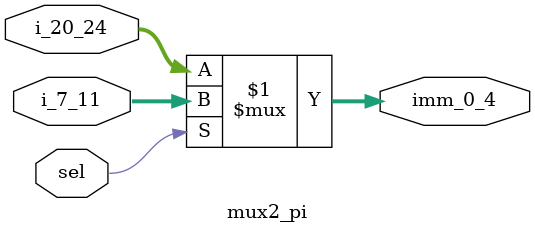
<source format=sv>
`timescale 1ns / 1ps


module mux2_pi #(parameter ANCHO = 5)(
	input  logic 		       sel,
	input  logic [ANCHO-1 : 0] i_20_24,
	input  logic [ANCHO-1 : 0] i_7_11,
	output logic [ANCHO-1 : 0] imm_0_4
);

assign imm_0_4 = sel ? i_7_11 : i_20_24;
endmodule
</source>
